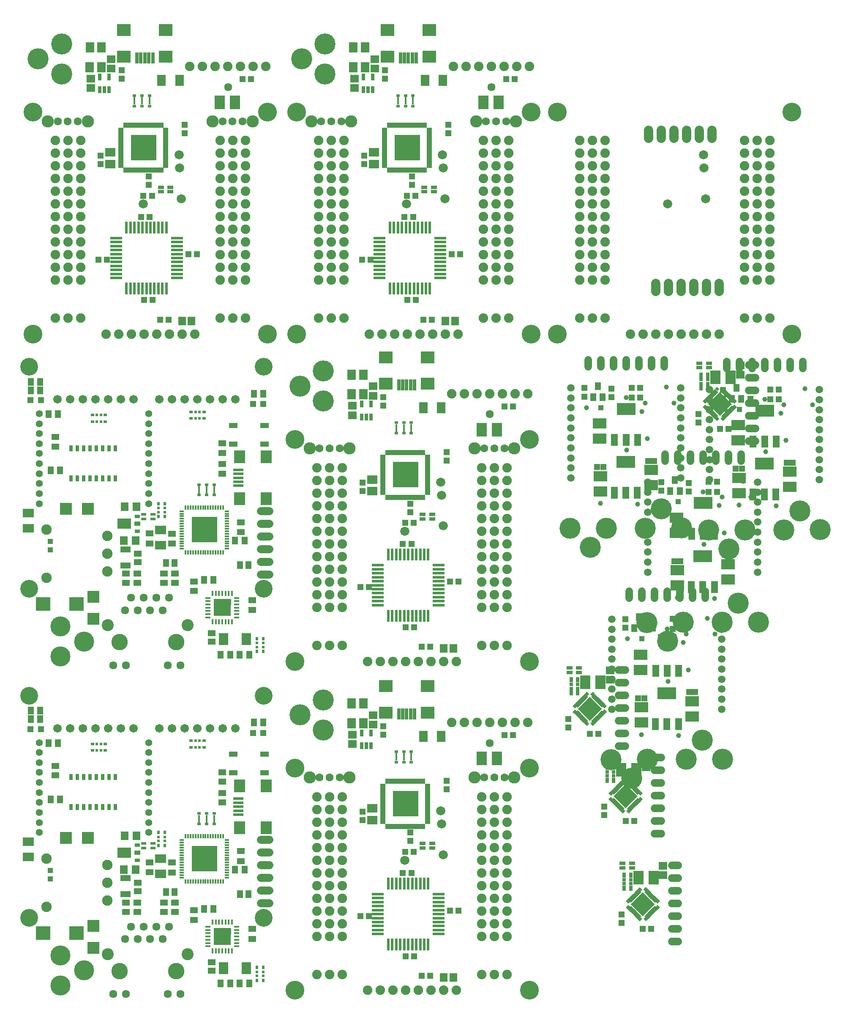
<source format=gts>
G75*
G70*
%OFA0B0*%
%FSLAX24Y24*%
%IPPOS*%
%LPD*%
G04 *
G04 macro definitions for tiled file 'solderStiched.GTS':*
G04 *
%AMOC8*
5,1,8,0,0,1.08239X$1,22.5*
%
G04 *
G04 aperture list for tiled file 'solderStiched.GTS':*
G04 *
%ADD75R,0.0315X0.0236*%
%ADD13R,0.0592X0.0710*%
%ADD84R,0.1102X0.0787*%
%ADD71R,0.0433X0.0394*%
%ADD70C,0.0825*%
%ADD48R,0.0476X0.0476*%
%ADD57R,0.0787X0.0472*%
%ADD36R,0.0198X0.0375*%
%ADD78R,0.1161X0.1063*%
%ADD24R,0.0297X0.0552*%
%ADD87R,0.0315X0.0472*%
%ADD18C,0.0630*%
%ADD21R,0.0198X0.0415*%
%ADD47C,0.0390*%
%ADD74R,0.0236X0.0236*%
%ADD83R,0.0433X0.0276*%
%ADD52C,0.1299*%
%ADD60R,0.0748X0.0945*%
%ADD43R,0.0560X0.0960*%
%ADD86C,0.0555*%
%ADD69R,0.0335X0.0118*%
%ADD68R,0.0118X0.0335*%
%ADD15R,0.0946X0.0218*%
%ADD55R,0.0512X0.0591*%
%ADD26R,0.0671X0.0592*%
%ADD20R,0.0848X0.1064*%
%ADD58R,0.0512X0.0630*%
%ADD14R,0.0218X0.0946*%
%ADD53C,0.0634*%
%ADD81R,0.0787X0.0197*%
%ADD11C,0.1480*%
%ADD82R,0.0610X0.0709*%
%ADD22R,0.0415X0.0198*%
%ADD19C,0.0965*%
%ADD59R,0.0630X0.0512*%
%ADD32R,0.0157X0.0630*%
%ADD10C,0.0753*%
%ADD77R,0.0945X0.0945*%
%ADD42C,0.0595*%
%ADD35C,0.0635*%
%ADD63R,0.0260X0.0500*%
%ADD40R,0.0316X0.0316*%
%ADD85R,0.0512X0.0354*%
%ADD54C,0.0945*%
%ADD25R,0.0690X0.0789*%
%ADD28R,0.0474X0.0513*%
%ADD16C,0.1660*%
%ADD46R,0.0474X0.0631*%
%ADD31R,0.0315X0.0197*%
%ADD64C,0.0673*%
%ADD49R,0.0390X0.0390*%
%ADD73R,0.0472X0.0472*%
%ADD41R,0.0316X0.0395*%
%ADD23R,0.2000X0.2000*%
%ADD79R,0.0709X0.0433*%
%ADD67R,0.0900X0.0700*%
%ADD34R,0.0480X0.0280*%
%ADD62R,0.0394X0.0157*%
%ADD33R,0.0671X0.0907*%
%ADD76R,0.0236X0.0315*%
%ADD39C,0.0600*%
%ADD45R,0.1064X0.0848*%
%ADD27R,0.0789X0.0690*%
%ADD66R,0.0400X0.0200*%
%ADD29R,0.1064X0.0946*%
%ADD61R,0.0157X0.0394*%
%ADD80R,0.0866X0.0984*%
%ADD38R,0.1340X0.1340*%
%ADD50R,0.1380X0.1380*%
%ADD30R,0.0277X0.0867*%
%ADD44R,0.1497X0.0946*%
%ADD37R,0.0198X0.0277*%
%ADD51R,0.0591X0.0512*%
%ADD65C,0.0640*%
%ADD12C,0.0720*%
%ADD72C,0.1400*%
%ADD17R,0.0513X0.0474*%
%ADD56C,0.1580*%
G04 *
G04 next data from source file './prgm/top_soldermask.GTS', *
G04 source file key is 'infile_0003'. *
G04 *
D10*
X044900Y056245D03*
X045900Y056245D03*
X046900Y056245D03*
X048900Y054995D03*
X049900Y054995D03*
X050900Y054995D03*
X051900Y054995D03*
X052900Y054995D03*
X053900Y054995D03*
X054900Y054995D03*
X055900Y054995D03*
X057900Y056245D03*
X058900Y056245D03*
X059900Y056245D03*
X059900Y059245D03*
X059900Y060245D03*
X059900Y061245D03*
X059900Y062245D03*
X059900Y063245D03*
X059900Y064245D03*
X059900Y065245D03*
X059900Y066245D03*
X059900Y067245D03*
X059900Y068245D03*
X059900Y069245D03*
X059900Y070245D03*
X058900Y070245D03*
X057900Y070245D03*
X057900Y069245D03*
X057900Y068245D03*
X057900Y067245D03*
X057900Y066245D03*
X057900Y065245D03*
X057900Y064245D03*
X057900Y063245D03*
X057900Y062245D03*
X057900Y061245D03*
X057900Y060245D03*
X057900Y059245D03*
X058900Y059245D03*
X058900Y060245D03*
X058900Y061245D03*
X058900Y062245D03*
X058900Y063245D03*
X058900Y064245D03*
X058900Y065245D03*
X058900Y066245D03*
X058900Y067245D03*
X058900Y068245D03*
X058900Y069245D03*
X046900Y069245D03*
X045900Y069245D03*
X045900Y070245D03*
X046900Y070245D03*
X046900Y068245D03*
X045900Y068245D03*
X045900Y067245D03*
X045900Y066245D03*
X045900Y065245D03*
X045900Y064245D03*
X045900Y063245D03*
X045900Y062245D03*
X045900Y061245D03*
X045900Y060245D03*
X045900Y059245D03*
X046900Y059245D03*
X046900Y060245D03*
X046900Y061245D03*
X046900Y062245D03*
X046900Y063245D03*
X046900Y064245D03*
X046900Y065245D03*
X046900Y066245D03*
X046900Y067245D03*
X044900Y067245D03*
X044900Y068245D03*
X044900Y069245D03*
X044900Y070245D03*
X044900Y066245D03*
X044900Y065245D03*
X044900Y064245D03*
X044900Y063245D03*
X044900Y062245D03*
X044900Y061245D03*
X044900Y060245D03*
X044900Y059245D03*
D11*
X043150Y054995D03*
X043150Y072495D03*
X061650Y072495D03*
X061650Y054995D03*
D12*
X054850Y065665D03*
X054710Y068085D03*
X054670Y069125D03*
X051830Y065245D03*
D12*
X051350Y070425D02*
X051350Y071065D01*
X052350Y071065D02*
X052350Y070425D01*
X053350Y070425D02*
X053350Y071065D01*
X054350Y071065D02*
X054350Y070425D01*
X055350Y070425D02*
X055350Y071065D01*
X050350Y071065D02*
X050350Y070425D01*
X050910Y058985D02*
X050910Y058345D01*
X051910Y058345D02*
X051910Y058985D01*
X052910Y058985D02*
X052910Y058345D01*
X053910Y058345D02*
X053910Y058985D01*
X054910Y058985D02*
X054910Y058345D01*
X055910Y058345D02*
X055910Y058985D01*
G04 *
G04 next data from source file './dyio2/top_soldermask.GTS', *
G04 source file key is 'infile_0010'. *
G04 *
D14*
X009154Y058594D03*
X009469Y058594D03*
X009784Y058594D03*
X010099Y058594D03*
X010414Y058594D03*
X010729Y058594D03*
X011044Y058594D03*
X011359Y058594D03*
X011674Y058594D03*
X011989Y058594D03*
X012304Y058594D03*
X012304Y063397D03*
X011989Y063397D03*
X011674Y063397D03*
X011359Y063397D03*
X011044Y063397D03*
X010729Y063397D03*
X010414Y063397D03*
X010099Y063397D03*
X009784Y063397D03*
X009469Y063397D03*
X009154Y063397D03*
D15*
X008328Y062570D03*
X008328Y062255D03*
X008328Y061940D03*
X008328Y061625D03*
X008328Y061310D03*
X008328Y060996D03*
X008328Y060681D03*
X008328Y060366D03*
X008328Y060051D03*
X008328Y059736D03*
X008328Y059421D03*
X013131Y059421D03*
X013131Y059736D03*
X013131Y060051D03*
X013131Y060366D03*
X013131Y060681D03*
X013131Y060996D03*
X013131Y061310D03*
X013131Y061625D03*
X013131Y061940D03*
X013131Y062255D03*
X013131Y062570D03*
D16*
X004037Y075509D03*
X002187Y076690D03*
X004037Y077871D03*
D13*
X013529Y056012D03*
X014277Y056012D03*
D17*
X011204Y057679D03*
X010535Y057679D03*
X007615Y060848D03*
X006945Y060848D03*
X010303Y064233D03*
X010973Y064233D03*
X014032Y061280D03*
X014701Y061280D03*
X013746Y070826D03*
X013746Y071496D03*
D10*
X016534Y070245D03*
X016534Y069245D03*
X016534Y068245D03*
X016534Y067245D03*
X016534Y066245D03*
X016534Y065245D03*
X016534Y064245D03*
X016534Y063245D03*
X016534Y062245D03*
X016534Y061245D03*
X016534Y060245D03*
X016534Y059245D03*
X017534Y059245D03*
X017534Y060245D03*
X017534Y061245D03*
X017534Y062245D03*
X017534Y063245D03*
X017534Y064245D03*
X017534Y065245D03*
X017534Y066245D03*
X017534Y067245D03*
X017534Y068245D03*
X017534Y069245D03*
X017534Y070245D03*
X018534Y070245D03*
X018534Y069245D03*
X018534Y068245D03*
X018534Y067245D03*
X018534Y066245D03*
X018534Y065245D03*
X018534Y064245D03*
X018534Y063245D03*
X018534Y062245D03*
X018534Y061245D03*
X018534Y060245D03*
X018534Y059245D03*
X018534Y056245D03*
X017534Y056245D03*
X016534Y056245D03*
X014534Y054995D03*
X013534Y054995D03*
X012534Y054995D03*
X011534Y054995D03*
X010534Y054995D03*
X009534Y054995D03*
X008534Y054995D03*
X007534Y054995D03*
X005534Y056245D03*
X004534Y056245D03*
X003534Y056245D03*
X003534Y059245D03*
X003534Y060245D03*
X003534Y061245D03*
X003534Y062245D03*
X003534Y063245D03*
X003534Y064245D03*
X003534Y065245D03*
X003534Y066245D03*
X003534Y067245D03*
X003534Y068245D03*
X003534Y069245D03*
X003534Y070245D03*
X004534Y070245D03*
X004534Y069245D03*
X004534Y068245D03*
X004534Y067245D03*
X004534Y066245D03*
X004534Y065245D03*
X004534Y064245D03*
X004534Y063245D03*
X004534Y062245D03*
X004534Y061245D03*
X004534Y060245D03*
X004534Y059245D03*
X005534Y059245D03*
X005534Y060245D03*
X005534Y061245D03*
X005534Y062245D03*
X005534Y063245D03*
X005534Y064245D03*
X005534Y065245D03*
X005534Y066245D03*
X005534Y067245D03*
X005534Y068245D03*
X005534Y069245D03*
X005534Y070245D03*
X014154Y076095D03*
X015154Y076095D03*
X016154Y076095D03*
X017154Y076095D03*
X018154Y076095D03*
X019154Y076095D03*
X020154Y076095D03*
D11*
X001784Y054995D03*
X001784Y072495D03*
X020284Y072495D03*
X020284Y054995D03*
D18*
X018311Y071764D03*
X017524Y071764D03*
X016737Y071764D03*
X005311Y071764D03*
X004524Y071764D03*
X003737Y071764D03*
D19*
X002949Y071764D03*
X006099Y071764D03*
X015949Y071764D03*
X019099Y071764D03*
D20*
X017719Y073254D03*
X016518Y073254D03*
D21*
X011964Y071459D03*
X011767Y071459D03*
X011570Y071459D03*
X011373Y071459D03*
X011176Y071459D03*
X010979Y071459D03*
X010783Y071459D03*
X010586Y071459D03*
X010389Y071459D03*
X010192Y071459D03*
X009995Y071459D03*
X009798Y071459D03*
X009601Y071459D03*
X009405Y071459D03*
X009208Y071459D03*
X009011Y071459D03*
X009011Y067915D03*
X009208Y067915D03*
X009405Y067915D03*
X009601Y067915D03*
X009798Y067915D03*
X009995Y067915D03*
X010192Y067915D03*
X010389Y067915D03*
X010586Y067915D03*
X010783Y067915D03*
X010979Y067915D03*
X011176Y067915D03*
X011373Y067915D03*
X011570Y067915D03*
X011767Y067915D03*
X011964Y067915D03*
D22*
X012259Y068211D03*
X012259Y068407D03*
X012259Y068604D03*
X012259Y068801D03*
X012259Y068998D03*
X012259Y069195D03*
X012259Y069392D03*
X012259Y069589D03*
X012259Y069785D03*
X012259Y069982D03*
X012259Y070179D03*
X012259Y070376D03*
X012259Y070573D03*
X012259Y070770D03*
X012259Y070966D03*
X012259Y071163D03*
X008716Y071163D03*
X008716Y070966D03*
X008716Y070770D03*
X008716Y070573D03*
X008716Y070376D03*
X008716Y070179D03*
X008716Y069982D03*
X008716Y069785D03*
X008716Y069589D03*
X008716Y069392D03*
X008716Y069195D03*
X008716Y068998D03*
X008716Y068801D03*
X008716Y068604D03*
X008716Y068407D03*
X008716Y068211D03*
D23*
X010509Y069711D03*
D24*
X007791Y074250D03*
X007417Y074250D03*
X007043Y074250D03*
X007043Y075273D03*
X007791Y075273D03*
D25*
X007184Y076035D03*
X006259Y076035D03*
X006263Y077592D03*
X007188Y077592D03*
D26*
X007942Y076672D03*
X007942Y075924D03*
X006338Y075138D03*
X006338Y074390D03*
D27*
X007883Y069327D03*
X007883Y068402D03*
D28*
X007124Y068400D03*
X007124Y069069D03*
X010493Y065901D03*
X011163Y065901D03*
X010904Y066750D03*
X010904Y067420D03*
X008764Y075130D03*
X008764Y075800D03*
X018309Y075085D03*
X018979Y075085D03*
X012469Y056135D03*
X011799Y056135D03*
D29*
X012258Y076868D03*
X012258Y078954D03*
X008951Y078954D03*
X008951Y076868D03*
D30*
X009974Y076769D03*
X010289Y076769D03*
X010604Y076769D03*
X010919Y076769D03*
X011234Y076769D03*
D31*
X010965Y073798D03*
X010374Y073798D03*
X009784Y073798D03*
X009784Y072972D03*
X010374Y072972D03*
X010965Y072972D03*
D32*
X010965Y073385D03*
X010374Y073385D03*
X009784Y073385D03*
D33*
X011915Y074985D03*
X013333Y074985D03*
D34*
X012613Y066567D03*
X012613Y066212D03*
X011865Y066212D03*
X011865Y066567D03*
D12*
X013344Y068085D03*
X013304Y069125D03*
X013484Y065665D03*
X010464Y065245D03*
D35*
X017164Y074465D03*
G04 *
G04 next data from source file './usb/top_soldermask.GTS', *
G04 source file key is 'infile_0008'. *
G04 *
D36*
G36*
X049514Y008864D02*
X049374Y009004D01*
X049638Y009268D01*
X049778Y009128D01*
X049514Y008864D01*
G37*
G36*
X049375Y009004D02*
X049235Y009144D01*
X049499Y009408D01*
X049639Y009268D01*
X049375Y009004D01*
G37*
G36*
X049236Y009143D02*
X049096Y009283D01*
X049360Y009547D01*
X049500Y009407D01*
X049236Y009143D01*
G37*
G36*
X049097Y009282D02*
X048957Y009422D01*
X049221Y009686D01*
X049361Y009546D01*
X049097Y009282D01*
G37*
G36*
X048957Y009421D02*
X048817Y009561D01*
X049081Y009825D01*
X049221Y009685D01*
X048957Y009421D01*
G37*
G36*
X048818Y009560D02*
X048678Y009700D01*
X048942Y009964D01*
X049082Y009824D01*
X048818Y009560D01*
G37*
G36*
X049082Y010327D02*
X048942Y010187D01*
X048678Y010451D01*
X048818Y010591D01*
X049082Y010327D01*
G37*
G36*
X049221Y010466D02*
X049081Y010326D01*
X048817Y010590D01*
X048957Y010730D01*
X049221Y010466D01*
G37*
G36*
X049361Y010605D02*
X049221Y010465D01*
X048957Y010729D01*
X049097Y010869D01*
X049361Y010605D01*
G37*
G36*
X049500Y010744D02*
X049360Y010604D01*
X049096Y010868D01*
X049236Y011008D01*
X049500Y010744D01*
G37*
G36*
X049639Y010884D02*
X049499Y010744D01*
X049235Y011008D01*
X049375Y011148D01*
X049639Y010884D01*
G37*
G36*
X049778Y011023D02*
X049638Y010883D01*
X049374Y011147D01*
X049514Y011287D01*
X049778Y011023D01*
G37*
G36*
X050141Y010883D02*
X050001Y011023D01*
X050265Y011287D01*
X050405Y011147D01*
X050141Y010883D01*
G37*
G36*
X050280Y010744D02*
X050140Y010884D01*
X050404Y011148D01*
X050544Y011008D01*
X050280Y010744D01*
G37*
G36*
X050419Y010604D02*
X050279Y010744D01*
X050543Y011008D01*
X050683Y010868D01*
X050419Y010604D01*
G37*
G36*
X050558Y010465D02*
X050418Y010605D01*
X050682Y010869D01*
X050822Y010729D01*
X050558Y010465D01*
G37*
G36*
X050697Y010326D02*
X050557Y010466D01*
X050821Y010730D01*
X050961Y010590D01*
X050697Y010326D01*
G37*
G36*
X050837Y010187D02*
X050697Y010327D01*
X050961Y010591D01*
X051101Y010451D01*
X050837Y010187D01*
G37*
G36*
X051101Y009700D02*
X050961Y009560D01*
X050697Y009824D01*
X050837Y009964D01*
X051101Y009700D01*
G37*
G36*
X050961Y009561D02*
X050821Y009421D01*
X050557Y009685D01*
X050697Y009825D01*
X050961Y009561D01*
G37*
G36*
X050822Y009422D02*
X050682Y009282D01*
X050418Y009546D01*
X050558Y009686D01*
X050822Y009422D01*
G37*
G36*
X050683Y009283D02*
X050543Y009143D01*
X050279Y009407D01*
X050419Y009547D01*
X050683Y009283D01*
G37*
G36*
X050544Y009144D02*
X050404Y009004D01*
X050140Y009268D01*
X050280Y009408D01*
X050544Y009144D01*
G37*
G36*
X050405Y009004D02*
X050265Y008864D01*
X050001Y009128D01*
X050141Y009268D01*
X050405Y009004D01*
G37*
D37*
G36*
X049931Y008919D02*
X050071Y009059D01*
X050265Y008865D01*
X050125Y008725D01*
X049931Y008919D01*
G37*
G36*
X049654Y008725D02*
X049514Y008865D01*
X049708Y009059D01*
X049848Y008919D01*
X049654Y008725D01*
G37*
G36*
X048679Y009700D02*
X048539Y009840D01*
X048733Y010034D01*
X048873Y009894D01*
X048679Y009700D01*
G37*
G36*
X048539Y010311D02*
X048679Y010451D01*
X048873Y010257D01*
X048733Y010117D01*
X048539Y010311D01*
G37*
G36*
X049514Y011286D02*
X049654Y011426D01*
X049848Y011232D01*
X049708Y011092D01*
X049514Y011286D01*
G37*
G36*
X050071Y011092D02*
X049931Y011232D01*
X050125Y011426D01*
X050265Y011286D01*
X050071Y011092D01*
G37*
G36*
X051046Y010117D02*
X050906Y010257D01*
X051100Y010451D01*
X051240Y010311D01*
X051046Y010117D01*
G37*
G36*
X050906Y009894D02*
X051046Y010034D01*
X051240Y009840D01*
X051100Y009700D01*
X050906Y009894D01*
G37*
D38*
G36*
X048942Y010076D02*
X049889Y011023D01*
X050836Y010076D01*
X049889Y009129D01*
X048942Y010076D01*
G37*
D26*
X051492Y012362D03*
X051492Y013110D03*
D28*
X048202Y008601D03*
X048202Y009270D03*
D17*
X049887Y008116D03*
X050557Y008116D03*
D20*
X050732Y012166D03*
X049532Y012166D03*
D39*
X052172Y012131D02*
X052692Y012131D01*
X052692Y013131D02*
X052172Y013131D01*
X052172Y011131D02*
X052692Y011131D01*
X052692Y010131D02*
X052172Y010131D01*
X052172Y009131D02*
X052692Y009131D01*
X052692Y008131D02*
X052172Y008131D01*
X052172Y007131D02*
X052692Y007131D01*
D34*
X049031Y012934D03*
X049031Y013288D03*
X048283Y013288D03*
X048283Y012934D03*
D40*
X048418Y012000D03*
X048418Y011685D03*
X048930Y011685D03*
X048930Y012000D03*
D41*
X048930Y012355D03*
X048418Y012355D03*
X048418Y011331D03*
X048930Y011331D03*
G04 *
G04 next data from source file './dyio/top_soldermask.GTS', *
G04 source file key is 'infile_0007'. *
G04 *
D14*
X029944Y058594D03*
X030259Y058594D03*
X030574Y058594D03*
X030889Y058594D03*
X031204Y058594D03*
X031519Y058594D03*
X031834Y058594D03*
X032149Y058594D03*
X032464Y058594D03*
X032779Y058594D03*
X033094Y058594D03*
X033094Y063397D03*
X032779Y063397D03*
X032464Y063397D03*
X032149Y063397D03*
X031834Y063397D03*
X031519Y063397D03*
X031204Y063397D03*
X030889Y063397D03*
X030574Y063397D03*
X030259Y063397D03*
X029944Y063397D03*
D15*
X029118Y062570D03*
X029118Y062255D03*
X029118Y061940D03*
X029118Y061625D03*
X029118Y061310D03*
X029118Y060996D03*
X029118Y060681D03*
X029118Y060366D03*
X029118Y060051D03*
X029118Y059736D03*
X029118Y059421D03*
X033921Y059421D03*
X033921Y059736D03*
X033921Y060051D03*
X033921Y060366D03*
X033921Y060681D03*
X033921Y060996D03*
X033921Y061310D03*
X033921Y061625D03*
X033921Y061940D03*
X033921Y062255D03*
X033921Y062570D03*
D16*
X024827Y075509D03*
X022977Y076690D03*
X024827Y077871D03*
D13*
X034319Y056012D03*
X035067Y056012D03*
D17*
X031994Y057679D03*
X031325Y057679D03*
X028405Y060848D03*
X027735Y060848D03*
X031093Y064233D03*
X031763Y064233D03*
X034822Y061280D03*
X035491Y061280D03*
X034536Y070826D03*
X034536Y071496D03*
D10*
X037324Y070245D03*
X037324Y069245D03*
X037324Y068245D03*
X037324Y067245D03*
X037324Y066245D03*
X037324Y065245D03*
X037324Y064245D03*
X037324Y063245D03*
X037324Y062245D03*
X037324Y061245D03*
X037324Y060245D03*
X037324Y059245D03*
X038324Y059245D03*
X038324Y060245D03*
X038324Y061245D03*
X038324Y062245D03*
X038324Y063245D03*
X038324Y064245D03*
X038324Y065245D03*
X038324Y066245D03*
X038324Y067245D03*
X038324Y068245D03*
X038324Y069245D03*
X038324Y070245D03*
X039324Y070245D03*
X039324Y069245D03*
X039324Y068245D03*
X039324Y067245D03*
X039324Y066245D03*
X039324Y065245D03*
X039324Y064245D03*
X039324Y063245D03*
X039324Y062245D03*
X039324Y061245D03*
X039324Y060245D03*
X039324Y059245D03*
X039324Y056245D03*
X038324Y056245D03*
X037324Y056245D03*
X035324Y054995D03*
X034324Y054995D03*
X033324Y054995D03*
X032324Y054995D03*
X031324Y054995D03*
X030324Y054995D03*
X029324Y054995D03*
X028324Y054995D03*
X026324Y056245D03*
X025324Y056245D03*
X024324Y056245D03*
X024324Y059245D03*
X024324Y060245D03*
X024324Y061245D03*
X024324Y062245D03*
X024324Y063245D03*
X024324Y064245D03*
X024324Y065245D03*
X024324Y066245D03*
X024324Y067245D03*
X024324Y068245D03*
X024324Y069245D03*
X024324Y070245D03*
X025324Y070245D03*
X025324Y069245D03*
X025324Y068245D03*
X025324Y067245D03*
X025324Y066245D03*
X025324Y065245D03*
X025324Y064245D03*
X025324Y063245D03*
X025324Y062245D03*
X025324Y061245D03*
X025324Y060245D03*
X025324Y059245D03*
X026324Y059245D03*
X026324Y060245D03*
X026324Y061245D03*
X026324Y062245D03*
X026324Y063245D03*
X026324Y064245D03*
X026324Y065245D03*
X026324Y066245D03*
X026324Y067245D03*
X026324Y068245D03*
X026324Y069245D03*
X026324Y070245D03*
X034944Y076095D03*
X035944Y076095D03*
X036944Y076095D03*
X037944Y076095D03*
X038944Y076095D03*
X039944Y076095D03*
X040944Y076095D03*
D11*
X022574Y054995D03*
X022574Y072495D03*
X041074Y072495D03*
X041074Y054995D03*
D18*
X039101Y071764D03*
X038314Y071764D03*
X037527Y071764D03*
X026101Y071764D03*
X025314Y071764D03*
X024527Y071764D03*
D19*
X023739Y071764D03*
X026889Y071764D03*
X036739Y071764D03*
X039889Y071764D03*
D20*
X038509Y073254D03*
X037308Y073254D03*
D21*
X032754Y071459D03*
X032557Y071459D03*
X032360Y071459D03*
X032163Y071459D03*
X031966Y071459D03*
X031769Y071459D03*
X031573Y071459D03*
X031376Y071459D03*
X031179Y071459D03*
X030982Y071459D03*
X030785Y071459D03*
X030588Y071459D03*
X030391Y071459D03*
X030195Y071459D03*
X029998Y071459D03*
X029801Y071459D03*
X029801Y067915D03*
X029998Y067915D03*
X030195Y067915D03*
X030391Y067915D03*
X030588Y067915D03*
X030785Y067915D03*
X030982Y067915D03*
X031179Y067915D03*
X031376Y067915D03*
X031573Y067915D03*
X031769Y067915D03*
X031966Y067915D03*
X032163Y067915D03*
X032360Y067915D03*
X032557Y067915D03*
X032754Y067915D03*
D22*
X033049Y068211D03*
X033049Y068407D03*
X033049Y068604D03*
X033049Y068801D03*
X033049Y068998D03*
X033049Y069195D03*
X033049Y069392D03*
X033049Y069589D03*
X033049Y069785D03*
X033049Y069982D03*
X033049Y070179D03*
X033049Y070376D03*
X033049Y070573D03*
X033049Y070770D03*
X033049Y070966D03*
X033049Y071163D03*
X029506Y071163D03*
X029506Y070966D03*
X029506Y070770D03*
X029506Y070573D03*
X029506Y070376D03*
X029506Y070179D03*
X029506Y069982D03*
X029506Y069785D03*
X029506Y069589D03*
X029506Y069392D03*
X029506Y069195D03*
X029506Y068998D03*
X029506Y068801D03*
X029506Y068604D03*
X029506Y068407D03*
X029506Y068211D03*
D23*
X031299Y069711D03*
D24*
X028581Y074250D03*
X028207Y074250D03*
X027833Y074250D03*
X027833Y075273D03*
X028581Y075273D03*
D25*
X027974Y076035D03*
X027049Y076035D03*
X027053Y077592D03*
X027978Y077592D03*
D26*
X028732Y076672D03*
X028732Y075924D03*
X027128Y075138D03*
X027128Y074390D03*
D27*
X028673Y069327D03*
X028673Y068402D03*
D28*
X027914Y068400D03*
X027914Y069069D03*
X031283Y065901D03*
X031953Y065901D03*
X031694Y066750D03*
X031694Y067420D03*
X029554Y075130D03*
X029554Y075800D03*
X039099Y075085D03*
X039769Y075085D03*
X033259Y056135D03*
X032589Y056135D03*
D29*
X033048Y076868D03*
X033048Y078954D03*
X029741Y078954D03*
X029741Y076868D03*
D30*
X030764Y076769D03*
X031079Y076769D03*
X031394Y076769D03*
X031709Y076769D03*
X032024Y076769D03*
D31*
X031755Y073798D03*
X031164Y073798D03*
X030574Y073798D03*
X030574Y072972D03*
X031164Y072972D03*
X031755Y072972D03*
D32*
X031755Y073385D03*
X031164Y073385D03*
X030574Y073385D03*
D33*
X032705Y074985D03*
X034123Y074985D03*
D34*
X033403Y066567D03*
X033403Y066212D03*
X032655Y066212D03*
X032655Y066567D03*
D12*
X034134Y068085D03*
X034094Y069125D03*
X034274Y065665D03*
X031254Y065245D03*
D35*
X037954Y074465D03*
G04 *
G04 next data from source file './adapt/top_soldermask.GTS', *
G04 source file key is 'infile_0004'. *
G04 *
D42*
X047455Y025442D03*
X047455Y026230D03*
X047455Y027017D03*
X047455Y027805D03*
X047455Y028592D03*
X047455Y029379D03*
X047455Y030167D03*
X047455Y030954D03*
X047455Y031742D03*
X047455Y032529D03*
X056116Y032529D03*
X056116Y031742D03*
X056116Y030954D03*
X056116Y030167D03*
X056116Y029379D03*
X056116Y028592D03*
X056116Y027805D03*
X056116Y027017D03*
X056116Y026230D03*
X056116Y025442D03*
D43*
X052696Y024266D03*
X051786Y024266D03*
X050876Y024266D03*
X050896Y028446D03*
X051806Y028446D03*
X052716Y028446D03*
D44*
X051786Y026706D03*
X051806Y030886D03*
D45*
X049706Y029726D03*
X049706Y028525D03*
X049786Y025586D03*
X049786Y024385D03*
X053786Y024865D03*
X053786Y026066D03*
D16*
X047387Y021476D03*
X048998Y019985D03*
X050249Y021486D03*
X053322Y021486D03*
X054573Y022987D03*
X056184Y021496D03*
D39*
X054806Y034206D02*
X054806Y034726D01*
X053806Y034726D02*
X053806Y034206D01*
X052806Y034206D02*
X052806Y034726D01*
X051806Y034726D02*
X051806Y034206D01*
X050806Y034206D02*
X050806Y034726D01*
X049806Y034726D02*
X049806Y034206D01*
X048806Y034206D02*
X048806Y034726D01*
D46*
X049586Y032679D03*
X049960Y031813D03*
X049212Y031813D03*
D17*
X048506Y031851D03*
X048506Y032520D03*
X050666Y032460D03*
X050666Y031791D03*
D28*
X052251Y031766D03*
X052920Y031766D03*
X052920Y032546D03*
X052251Y032546D03*
D47*
X051806Y031766D03*
X053066Y030686D03*
X053306Y031346D03*
X054986Y032606D03*
X055586Y031346D03*
X053486Y028526D03*
X051866Y027626D03*
X048686Y030986D03*
X049786Y023426D03*
X052706Y023366D03*
D48*
X053546Y026786D03*
X054026Y026786D03*
X050006Y026306D03*
X049526Y026306D03*
D49*
X049826Y030986D03*
G04 *
G04 next data from source file './dycom1/top_soldermask.GTS', *
G04 source file key is 'infile_0012'. *
G04 *
D50*
X016706Y033447D03*
D51*
X015886Y031421D03*
X015886Y030752D03*
X014466Y034753D03*
X014466Y035501D03*
X012986Y035383D03*
X012986Y036131D03*
X012116Y036131D03*
X012116Y035383D03*
X010016Y035383D03*
X010016Y036131D03*
X010036Y037022D03*
X010036Y037691D03*
X009116Y036131D03*
X009116Y035383D03*
X016716Y044003D03*
X016716Y044751D03*
X016696Y045633D03*
X016696Y046381D03*
X003556Y046133D03*
X003556Y046881D03*
D52*
X008604Y030724D03*
X013078Y030724D03*
D53*
X013408Y028904D03*
X012408Y028904D03*
X009125Y028904D03*
X008125Y028904D03*
X009047Y033240D03*
X010035Y033240D03*
X010519Y034224D03*
X011519Y034224D03*
X012003Y033240D03*
X012519Y034224D03*
X011015Y033240D03*
X009519Y034224D03*
D54*
X007686Y032055D03*
X013986Y032055D03*
D55*
X015272Y035627D03*
X016020Y035627D03*
X018102Y036797D03*
X018771Y036797D03*
X012931Y036957D03*
X012262Y036957D03*
X003920Y044257D03*
X003172Y044257D03*
X003002Y048697D03*
X003750Y048697D03*
X002350Y050577D03*
X002350Y051237D03*
X001602Y051237D03*
X001602Y050577D03*
X019212Y050307D03*
X019960Y050307D03*
D56*
X003950Y029588D03*
X003950Y031950D03*
X005801Y030769D03*
D57*
X009066Y036777D03*
X009066Y038036D03*
D58*
X016573Y029737D03*
X017360Y029737D03*
X018063Y029737D03*
X018850Y029737D03*
X018490Y038727D03*
X017703Y038727D03*
D59*
X018178Y039384D03*
X018178Y040171D03*
X019066Y034040D03*
X019066Y033253D03*
X012746Y038483D03*
X012746Y039270D03*
X010976Y039290D03*
X010976Y038503D03*
D60*
X016808Y030958D03*
X018619Y030958D03*
D61*
X017478Y032321D03*
X017222Y032321D03*
X016966Y032321D03*
X016711Y032321D03*
X016455Y032321D03*
X016199Y032321D03*
X015943Y032321D03*
X015943Y034565D03*
X016199Y034565D03*
X016455Y034565D03*
X016711Y034565D03*
X016966Y034565D03*
X017222Y034565D03*
X017478Y034565D03*
D62*
X017833Y034211D03*
X017833Y033955D03*
X017833Y033699D03*
X017833Y033443D03*
X017833Y033187D03*
X017833Y032931D03*
X017833Y032675D03*
X015588Y032675D03*
X015588Y032931D03*
X015588Y033187D03*
X015588Y033443D03*
X015588Y033699D03*
X015588Y033955D03*
X015588Y034211D03*
D63*
X017261Y033863D03*
D64*
X017756Y049847D03*
X016756Y049847D03*
X015756Y049847D03*
X014756Y049847D03*
X013756Y049847D03*
X012756Y049847D03*
X011756Y049847D03*
X009696Y049847D03*
X008696Y049847D03*
X007696Y049847D03*
X006696Y049847D03*
X005696Y049847D03*
X004696Y049847D03*
X003696Y049847D03*
D65*
X019756Y041077D02*
X020396Y041077D01*
X020396Y040077D02*
X019756Y040077D01*
X019756Y039077D02*
X020396Y039077D01*
X020396Y038077D02*
X019756Y038077D01*
X019756Y037077D02*
X020396Y037077D01*
X020396Y036077D02*
X019756Y036077D01*
D66*
X011256Y040424D03*
X011256Y040778D03*
X010508Y040778D03*
X010508Y040424D03*
D67*
X011836Y039577D03*
X011836Y038376D03*
X001396Y039706D03*
X001396Y040907D03*
D31*
X014886Y042313D03*
X015476Y042313D03*
X016067Y042313D03*
X016067Y043140D03*
X015476Y043140D03*
X014886Y043140D03*
D32*
X014886Y042727D03*
X015476Y042727D03*
X016067Y042727D03*
D68*
X015984Y041335D03*
X016180Y041335D03*
X016377Y041335D03*
X016574Y041335D03*
X016771Y041335D03*
X015787Y041335D03*
X015590Y041335D03*
X015393Y041335D03*
X015196Y041335D03*
X014999Y041335D03*
X014802Y041335D03*
X014606Y041335D03*
X014409Y041335D03*
X014212Y041335D03*
X014015Y041335D03*
X013818Y041335D03*
X013818Y037791D03*
X014015Y037791D03*
X014212Y037791D03*
X014409Y037791D03*
X014606Y037791D03*
X014802Y037791D03*
X014999Y037791D03*
X015196Y037791D03*
X015393Y037791D03*
X015590Y037791D03*
X015787Y037791D03*
X015984Y037791D03*
X016180Y037791D03*
X016377Y037791D03*
X016574Y037791D03*
X016771Y037791D03*
D69*
X017066Y038087D03*
X017066Y038283D03*
X017066Y038480D03*
X017066Y038677D03*
X017066Y038874D03*
X017066Y039071D03*
X017066Y039268D03*
X017066Y039465D03*
X017066Y039661D03*
X017066Y039858D03*
X017066Y040055D03*
X017066Y040252D03*
X017066Y040449D03*
X017066Y040646D03*
X017066Y040842D03*
X017066Y041039D03*
X013523Y041039D03*
X013523Y040842D03*
X013523Y040646D03*
X013523Y040449D03*
X013523Y040252D03*
X013523Y040055D03*
X013523Y039858D03*
X013523Y039661D03*
X013523Y039465D03*
X013523Y039268D03*
X013523Y039071D03*
X013523Y038874D03*
X013523Y038677D03*
X013523Y038480D03*
X013523Y038283D03*
X013523Y038087D03*
D23*
X015316Y039587D03*
D70*
X007656Y039097D03*
X007656Y037697D03*
X007656Y036297D03*
X002856Y035797D03*
X002856Y039597D03*
D71*
X003146Y038651D03*
X003146Y037982D03*
D72*
X001476Y034927D03*
X001476Y052427D03*
X019976Y052427D03*
X019976Y034927D03*
D73*
X019960Y049487D03*
X019133Y049487D03*
X002410Y049797D03*
X001583Y049797D03*
D74*
X006816Y048620D03*
X007131Y048620D03*
X007131Y048109D03*
X006816Y048109D03*
X011662Y041281D03*
X011662Y040966D03*
X012174Y040966D03*
X012174Y041281D03*
X014606Y048359D03*
X014921Y048359D03*
X014921Y048870D03*
X014606Y048870D03*
X019432Y030651D03*
X019432Y030336D03*
X019944Y030336D03*
X019944Y030651D03*
D75*
X007485Y048109D03*
X007485Y048620D03*
X006462Y048620D03*
X006462Y048109D03*
X014252Y048359D03*
X014252Y048870D03*
X015275Y048870D03*
X015275Y048359D03*
D76*
X012174Y041636D03*
X011662Y041636D03*
X011662Y040612D03*
X012174Y040612D03*
X019432Y031006D03*
X019944Y031006D03*
X019944Y029982D03*
X019432Y029982D03*
D77*
X006536Y032550D03*
X006536Y034283D03*
X006122Y041227D03*
X004390Y041227D03*
D78*
X005225Y033717D03*
X002568Y033717D03*
D79*
X017594Y046341D03*
X017594Y047798D03*
X020035Y047798D03*
X020035Y046341D03*
D80*
X020165Y045330D03*
X018079Y045330D03*
X018079Y042023D03*
X020165Y042023D03*
D81*
X017980Y043047D03*
X017980Y043362D03*
X017980Y043677D03*
X017980Y043992D03*
X017980Y044306D03*
D82*
X009939Y041397D03*
X009014Y041397D03*
X008954Y038727D03*
X009879Y038727D03*
D83*
X010015Y039456D03*
X010015Y040637D03*
D84*
X008972Y040047D03*
D85*
X010015Y040047D03*
D86*
X010927Y041643D03*
X010927Y042431D03*
X010927Y043218D03*
X010927Y044005D03*
X010927Y044793D03*
X010927Y045580D03*
X010927Y046368D03*
X010927Y047155D03*
X010927Y047942D03*
X010927Y048730D03*
X002266Y048730D03*
X002266Y047942D03*
X002266Y047155D03*
X002266Y046368D03*
X002266Y045580D03*
X002266Y044793D03*
X002266Y044005D03*
X002266Y043218D03*
X002266Y042431D03*
X002266Y041643D03*
D87*
X004786Y043635D03*
X005286Y043635D03*
X005786Y043635D03*
X006286Y043635D03*
X006786Y043635D03*
X007286Y043635D03*
X007786Y043635D03*
X008286Y043635D03*
X008286Y045998D03*
X007786Y045998D03*
X007286Y045998D03*
X006786Y045998D03*
X006286Y045998D03*
X005786Y045998D03*
X005286Y045998D03*
X004786Y045998D03*
G04 *
G04 next data from source file './adapt1/top_soldermask.GTS', *
G04 source file key is 'infile_0002'. *
G04 *
D42*
X050290Y036242D03*
X050290Y037030D03*
X050290Y037817D03*
X050290Y038605D03*
X050290Y039392D03*
X050290Y040179D03*
X050290Y040967D03*
X050290Y041754D03*
X050290Y042542D03*
X050290Y043329D03*
X058951Y043329D03*
X058951Y042542D03*
X058951Y041754D03*
X058951Y040967D03*
X058951Y040179D03*
X058951Y039392D03*
X058951Y038605D03*
X058951Y037817D03*
X058951Y037030D03*
X058951Y036242D03*
D43*
X055531Y035066D03*
X054621Y035066D03*
X053711Y035066D03*
X053731Y039246D03*
X054641Y039246D03*
X055551Y039246D03*
D44*
X054621Y037506D03*
X054641Y041686D03*
D45*
X052541Y040526D03*
X052541Y039325D03*
X052621Y036386D03*
X052621Y035185D03*
X056621Y035665D03*
X056621Y036866D03*
D16*
X050222Y032276D03*
X051833Y030785D03*
X053084Y032286D03*
X056157Y032286D03*
X057408Y033787D03*
X059019Y032296D03*
D39*
X057641Y045006D02*
X057641Y045526D01*
X056641Y045526D02*
X056641Y045006D01*
X055641Y045006D02*
X055641Y045526D01*
X054641Y045526D02*
X054641Y045006D01*
X053641Y045006D02*
X053641Y045526D01*
X052641Y045526D02*
X052641Y045006D01*
X051641Y045006D02*
X051641Y045526D01*
D46*
X052421Y043479D03*
X052795Y042613D03*
X052047Y042613D03*
D17*
X051341Y042651D03*
X051341Y043320D03*
X053501Y043260D03*
X053501Y042591D03*
D28*
X055086Y042566D03*
X055755Y042566D03*
X055755Y043346D03*
X055086Y043346D03*
D47*
X054641Y042566D03*
X055901Y041486D03*
X056141Y042146D03*
X057821Y043406D03*
X058421Y042146D03*
X056321Y039326D03*
X054701Y038426D03*
X051521Y041786D03*
X052621Y034226D03*
X055541Y034166D03*
D48*
X056381Y037586D03*
X056861Y037586D03*
X052841Y037106D03*
X052361Y037106D03*
D49*
X052661Y041786D03*
G04 *
G04 next data from source file './adapt2/top_soldermask.GTS', *
G04 source file key is 'infile_0013'. *
G04 *
D42*
X055150Y043532D03*
X055150Y044320D03*
X055150Y045107D03*
X055150Y045895D03*
X055150Y046682D03*
X055150Y047469D03*
X055150Y048257D03*
X055150Y049044D03*
X055150Y049832D03*
X055150Y050619D03*
X063811Y050619D03*
X063811Y049832D03*
X063811Y049044D03*
X063811Y048257D03*
X063811Y047469D03*
X063811Y046682D03*
X063811Y045895D03*
X063811Y045107D03*
X063811Y044320D03*
X063811Y043532D03*
D43*
X060391Y042356D03*
X059481Y042356D03*
X058571Y042356D03*
X058591Y046536D03*
X059501Y046536D03*
X060411Y046536D03*
D44*
X059481Y044796D03*
X059501Y048976D03*
D45*
X057401Y047816D03*
X057401Y046615D03*
X057481Y043676D03*
X057481Y042475D03*
X061481Y042955D03*
X061481Y044156D03*
D16*
X055082Y039566D03*
X056693Y038075D03*
X057944Y039576D03*
X061017Y039576D03*
X062268Y041077D03*
X063879Y039586D03*
D39*
X062501Y052296D02*
X062501Y052816D01*
X061501Y052816D02*
X061501Y052296D01*
X060501Y052296D02*
X060501Y052816D01*
X059501Y052816D02*
X059501Y052296D01*
X058501Y052296D02*
X058501Y052816D01*
X057501Y052816D02*
X057501Y052296D01*
X056501Y052296D02*
X056501Y052816D01*
D46*
X057281Y050769D03*
X057655Y049903D03*
X056907Y049903D03*
D17*
X056201Y049941D03*
X056201Y050610D03*
X058361Y050550D03*
X058361Y049881D03*
D28*
X059946Y049856D03*
X060615Y049856D03*
X060615Y050636D03*
X059946Y050636D03*
D47*
X059501Y049856D03*
X060761Y048776D03*
X061001Y049436D03*
X062681Y050696D03*
X063281Y049436D03*
X061181Y046616D03*
X059561Y045716D03*
X056381Y049076D03*
X057481Y041516D03*
X060401Y041456D03*
D48*
X061241Y044876D03*
X061721Y044876D03*
X057701Y044396D03*
X057221Y044396D03*
D49*
X057521Y049076D03*
G04 *
G04 next data from source file './usb2/top_soldermask.GTS', *
G04 source file key is 'infile_0005'. *
G04 *
D36*
G36*
X045329Y024254D02*
X045189Y024394D01*
X045453Y024658D01*
X045593Y024518D01*
X045329Y024254D01*
G37*
G36*
X045190Y024394D02*
X045050Y024534D01*
X045314Y024798D01*
X045454Y024658D01*
X045190Y024394D01*
G37*
G36*
X045051Y024533D02*
X044911Y024673D01*
X045175Y024937D01*
X045315Y024797D01*
X045051Y024533D01*
G37*
G36*
X044912Y024672D02*
X044772Y024812D01*
X045036Y025076D01*
X045176Y024936D01*
X044912Y024672D01*
G37*
G36*
X044772Y024811D02*
X044632Y024951D01*
X044896Y025215D01*
X045036Y025075D01*
X044772Y024811D01*
G37*
G36*
X044633Y024950D02*
X044493Y025090D01*
X044757Y025354D01*
X044897Y025214D01*
X044633Y024950D01*
G37*
G36*
X044897Y025717D02*
X044757Y025577D01*
X044493Y025841D01*
X044633Y025981D01*
X044897Y025717D01*
G37*
G36*
X045036Y025856D02*
X044896Y025716D01*
X044632Y025980D01*
X044772Y026120D01*
X045036Y025856D01*
G37*
G36*
X045176Y025995D02*
X045036Y025855D01*
X044772Y026119D01*
X044912Y026259D01*
X045176Y025995D01*
G37*
G36*
X045315Y026134D02*
X045175Y025994D01*
X044911Y026258D01*
X045051Y026398D01*
X045315Y026134D01*
G37*
G36*
X045454Y026274D02*
X045314Y026134D01*
X045050Y026398D01*
X045190Y026538D01*
X045454Y026274D01*
G37*
G36*
X045593Y026413D02*
X045453Y026273D01*
X045189Y026537D01*
X045329Y026677D01*
X045593Y026413D01*
G37*
G36*
X045956Y026273D02*
X045816Y026413D01*
X046080Y026677D01*
X046220Y026537D01*
X045956Y026273D01*
G37*
G36*
X046095Y026134D02*
X045955Y026274D01*
X046219Y026538D01*
X046359Y026398D01*
X046095Y026134D01*
G37*
G36*
X046234Y025994D02*
X046094Y026134D01*
X046358Y026398D01*
X046498Y026258D01*
X046234Y025994D01*
G37*
G36*
X046373Y025855D02*
X046233Y025995D01*
X046497Y026259D01*
X046637Y026119D01*
X046373Y025855D01*
G37*
G36*
X046512Y025716D02*
X046372Y025856D01*
X046636Y026120D01*
X046776Y025980D01*
X046512Y025716D01*
G37*
G36*
X046652Y025577D02*
X046512Y025717D01*
X046776Y025981D01*
X046916Y025841D01*
X046652Y025577D01*
G37*
G36*
X046916Y025090D02*
X046776Y024950D01*
X046512Y025214D01*
X046652Y025354D01*
X046916Y025090D01*
G37*
G36*
X046776Y024951D02*
X046636Y024811D01*
X046372Y025075D01*
X046512Y025215D01*
X046776Y024951D01*
G37*
G36*
X046637Y024812D02*
X046497Y024672D01*
X046233Y024936D01*
X046373Y025076D01*
X046637Y024812D01*
G37*
G36*
X046498Y024673D02*
X046358Y024533D01*
X046094Y024797D01*
X046234Y024937D01*
X046498Y024673D01*
G37*
G36*
X046359Y024534D02*
X046219Y024394D01*
X045955Y024658D01*
X046095Y024798D01*
X046359Y024534D01*
G37*
G36*
X046220Y024394D02*
X046080Y024254D01*
X045816Y024518D01*
X045956Y024658D01*
X046220Y024394D01*
G37*
D37*
G36*
X045746Y024309D02*
X045886Y024449D01*
X046080Y024255D01*
X045940Y024115D01*
X045746Y024309D01*
G37*
G36*
X045469Y024115D02*
X045329Y024255D01*
X045523Y024449D01*
X045663Y024309D01*
X045469Y024115D01*
G37*
G36*
X044494Y025090D02*
X044354Y025230D01*
X044548Y025424D01*
X044688Y025284D01*
X044494Y025090D01*
G37*
G36*
X044354Y025701D02*
X044494Y025841D01*
X044688Y025647D01*
X044548Y025507D01*
X044354Y025701D01*
G37*
G36*
X045329Y026676D02*
X045469Y026816D01*
X045663Y026622D01*
X045523Y026482D01*
X045329Y026676D01*
G37*
G36*
X045886Y026482D02*
X045746Y026622D01*
X045940Y026816D01*
X046080Y026676D01*
X045886Y026482D01*
G37*
G36*
X046861Y025507D02*
X046721Y025647D01*
X046915Y025841D01*
X047055Y025701D01*
X046861Y025507D01*
G37*
G36*
X046721Y025284D02*
X046861Y025424D01*
X047055Y025230D01*
X046915Y025090D01*
X046721Y025284D01*
G37*
D38*
G36*
X044757Y025466D02*
X045704Y026413D01*
X046651Y025466D01*
X045704Y024519D01*
X044757Y025466D01*
G37*
D26*
X047307Y027752D03*
X047307Y028500D03*
D28*
X044017Y023991D03*
X044017Y024660D03*
D17*
X045702Y023506D03*
X046372Y023506D03*
D20*
X046547Y027556D03*
X045347Y027556D03*
D39*
X047987Y027521D02*
X048507Y027521D01*
X048507Y028521D02*
X047987Y028521D01*
X047987Y026521D02*
X048507Y026521D01*
X048507Y025521D02*
X047987Y025521D01*
X047987Y024521D02*
X048507Y024521D01*
X048507Y023521D02*
X047987Y023521D01*
X047987Y022521D02*
X048507Y022521D01*
D34*
X044846Y028324D03*
X044846Y028678D03*
X044098Y028678D03*
X044098Y028324D03*
D40*
X044233Y027390D03*
X044233Y027075D03*
X044745Y027075D03*
X044745Y027390D03*
D41*
X044745Y027745D03*
X044233Y027745D03*
X044233Y026721D03*
X044745Y026721D03*
G04 *
G04 next data from source file './dyio3/top_soldermask.GTS', *
G04 source file key is 'infile_0011'. *
G04 *
D14*
X029809Y032809D03*
X030124Y032809D03*
X030439Y032809D03*
X030754Y032809D03*
X031069Y032809D03*
X031384Y032809D03*
X031699Y032809D03*
X032014Y032809D03*
X032329Y032809D03*
X032644Y032809D03*
X032959Y032809D03*
X032959Y037612D03*
X032644Y037612D03*
X032329Y037612D03*
X032014Y037612D03*
X031699Y037612D03*
X031384Y037612D03*
X031069Y037612D03*
X030754Y037612D03*
X030439Y037612D03*
X030124Y037612D03*
X029809Y037612D03*
D15*
X028983Y036785D03*
X028983Y036470D03*
X028983Y036155D03*
X028983Y035840D03*
X028983Y035525D03*
X028983Y035211D03*
X028983Y034896D03*
X028983Y034581D03*
X028983Y034266D03*
X028983Y033951D03*
X028983Y033636D03*
X033786Y033636D03*
X033786Y033951D03*
X033786Y034266D03*
X033786Y034581D03*
X033786Y034896D03*
X033786Y035211D03*
X033786Y035525D03*
X033786Y035840D03*
X033786Y036155D03*
X033786Y036470D03*
X033786Y036785D03*
D16*
X024692Y049724D03*
X022842Y050905D03*
X024692Y052086D03*
D13*
X034184Y030227D03*
X034932Y030227D03*
D17*
X031859Y031894D03*
X031190Y031894D03*
X028270Y035063D03*
X027600Y035063D03*
X030958Y038448D03*
X031628Y038448D03*
X034687Y035495D03*
X035356Y035495D03*
X034401Y045041D03*
X034401Y045711D03*
D10*
X037189Y044460D03*
X037189Y043460D03*
X037189Y042460D03*
X037189Y041460D03*
X037189Y040460D03*
X037189Y039460D03*
X037189Y038460D03*
X037189Y037460D03*
X037189Y036460D03*
X037189Y035460D03*
X037189Y034460D03*
X037189Y033460D03*
X038189Y033460D03*
X038189Y034460D03*
X038189Y035460D03*
X038189Y036460D03*
X038189Y037460D03*
X038189Y038460D03*
X038189Y039460D03*
X038189Y040460D03*
X038189Y041460D03*
X038189Y042460D03*
X038189Y043460D03*
X038189Y044460D03*
X039189Y044460D03*
X039189Y043460D03*
X039189Y042460D03*
X039189Y041460D03*
X039189Y040460D03*
X039189Y039460D03*
X039189Y038460D03*
X039189Y037460D03*
X039189Y036460D03*
X039189Y035460D03*
X039189Y034460D03*
X039189Y033460D03*
X039189Y030460D03*
X038189Y030460D03*
X037189Y030460D03*
X035189Y029210D03*
X034189Y029210D03*
X033189Y029210D03*
X032189Y029210D03*
X031189Y029210D03*
X030189Y029210D03*
X029189Y029210D03*
X028189Y029210D03*
X026189Y030460D03*
X025189Y030460D03*
X024189Y030460D03*
X024189Y033460D03*
X024189Y034460D03*
X024189Y035460D03*
X024189Y036460D03*
X024189Y037460D03*
X024189Y038460D03*
X024189Y039460D03*
X024189Y040460D03*
X024189Y041460D03*
X024189Y042460D03*
X024189Y043460D03*
X024189Y044460D03*
X025189Y044460D03*
X025189Y043460D03*
X025189Y042460D03*
X025189Y041460D03*
X025189Y040460D03*
X025189Y039460D03*
X025189Y038460D03*
X025189Y037460D03*
X025189Y036460D03*
X025189Y035460D03*
X025189Y034460D03*
X025189Y033460D03*
X026189Y033460D03*
X026189Y034460D03*
X026189Y035460D03*
X026189Y036460D03*
X026189Y037460D03*
X026189Y038460D03*
X026189Y039460D03*
X026189Y040460D03*
X026189Y041460D03*
X026189Y042460D03*
X026189Y043460D03*
X026189Y044460D03*
X034809Y050310D03*
X035809Y050310D03*
X036809Y050310D03*
X037809Y050310D03*
X038809Y050310D03*
X039809Y050310D03*
X040809Y050310D03*
D11*
X022439Y029210D03*
X022439Y046710D03*
X040939Y046710D03*
X040939Y029210D03*
D18*
X038966Y045979D03*
X038179Y045979D03*
X037392Y045979D03*
X025966Y045979D03*
X025179Y045979D03*
X024392Y045979D03*
D19*
X023604Y045979D03*
X026754Y045979D03*
X036604Y045979D03*
X039754Y045979D03*
D20*
X038374Y047469D03*
X037173Y047469D03*
D21*
X032619Y045674D03*
X032422Y045674D03*
X032225Y045674D03*
X032028Y045674D03*
X031831Y045674D03*
X031634Y045674D03*
X031438Y045674D03*
X031241Y045674D03*
X031044Y045674D03*
X030847Y045674D03*
X030650Y045674D03*
X030453Y045674D03*
X030256Y045674D03*
X030060Y045674D03*
X029863Y045674D03*
X029666Y045674D03*
X029666Y042130D03*
X029863Y042130D03*
X030060Y042130D03*
X030256Y042130D03*
X030453Y042130D03*
X030650Y042130D03*
X030847Y042130D03*
X031044Y042130D03*
X031241Y042130D03*
X031438Y042130D03*
X031634Y042130D03*
X031831Y042130D03*
X032028Y042130D03*
X032225Y042130D03*
X032422Y042130D03*
X032619Y042130D03*
D22*
X032914Y042426D03*
X032914Y042622D03*
X032914Y042819D03*
X032914Y043016D03*
X032914Y043213D03*
X032914Y043410D03*
X032914Y043607D03*
X032914Y043804D03*
X032914Y044000D03*
X032914Y044197D03*
X032914Y044394D03*
X032914Y044591D03*
X032914Y044788D03*
X032914Y044985D03*
X032914Y045181D03*
X032914Y045378D03*
X029371Y045378D03*
X029371Y045181D03*
X029371Y044985D03*
X029371Y044788D03*
X029371Y044591D03*
X029371Y044394D03*
X029371Y044197D03*
X029371Y044000D03*
X029371Y043804D03*
X029371Y043607D03*
X029371Y043410D03*
X029371Y043213D03*
X029371Y043016D03*
X029371Y042819D03*
X029371Y042622D03*
X029371Y042426D03*
D23*
X031164Y043926D03*
D24*
X028446Y048465D03*
X028072Y048465D03*
X027698Y048465D03*
X027698Y049488D03*
X028446Y049488D03*
D25*
X027839Y050250D03*
X026914Y050250D03*
X026918Y051807D03*
X027843Y051807D03*
D26*
X028597Y050887D03*
X028597Y050139D03*
X026993Y049353D03*
X026993Y048605D03*
D27*
X028538Y043542D03*
X028538Y042617D03*
D28*
X027779Y042615D03*
X027779Y043284D03*
X031148Y040116D03*
X031818Y040116D03*
X031559Y040965D03*
X031559Y041635D03*
X029419Y049345D03*
X029419Y050015D03*
X038964Y049300D03*
X039634Y049300D03*
X033124Y030350D03*
X032454Y030350D03*
D29*
X032913Y051083D03*
X032913Y053169D03*
X029606Y053169D03*
X029606Y051083D03*
D30*
X030629Y050984D03*
X030944Y050984D03*
X031259Y050984D03*
X031574Y050984D03*
X031889Y050984D03*
D31*
X031620Y048013D03*
X031029Y048013D03*
X030439Y048013D03*
X030439Y047187D03*
X031029Y047187D03*
X031620Y047187D03*
D32*
X031620Y047600D03*
X031029Y047600D03*
X030439Y047600D03*
D33*
X032570Y049200D03*
X033988Y049200D03*
D34*
X033268Y040782D03*
X033268Y040427D03*
X032520Y040427D03*
X032520Y040782D03*
D12*
X033999Y042300D03*
X033959Y043340D03*
X034139Y039880D03*
X031119Y039460D03*
D35*
X037819Y048680D03*
G04 *
G04 next data from source file './usb3/top_soldermask.GTS', *
G04 source file key is 'infile_0009'. *
G04 *
D36*
G36*
X048164Y017369D02*
X048024Y017509D01*
X048288Y017773D01*
X048428Y017633D01*
X048164Y017369D01*
G37*
G36*
X048025Y017509D02*
X047885Y017649D01*
X048149Y017913D01*
X048289Y017773D01*
X048025Y017509D01*
G37*
G36*
X047886Y017648D02*
X047746Y017788D01*
X048010Y018052D01*
X048150Y017912D01*
X047886Y017648D01*
G37*
G36*
X047747Y017787D02*
X047607Y017927D01*
X047871Y018191D01*
X048011Y018051D01*
X047747Y017787D01*
G37*
G36*
X047607Y017926D02*
X047467Y018066D01*
X047731Y018330D01*
X047871Y018190D01*
X047607Y017926D01*
G37*
G36*
X047468Y018065D02*
X047328Y018205D01*
X047592Y018469D01*
X047732Y018329D01*
X047468Y018065D01*
G37*
G36*
X047732Y018832D02*
X047592Y018692D01*
X047328Y018956D01*
X047468Y019096D01*
X047732Y018832D01*
G37*
G36*
X047871Y018971D02*
X047731Y018831D01*
X047467Y019095D01*
X047607Y019235D01*
X047871Y018971D01*
G37*
G36*
X048011Y019110D02*
X047871Y018970D01*
X047607Y019234D01*
X047747Y019374D01*
X048011Y019110D01*
G37*
G36*
X048150Y019249D02*
X048010Y019109D01*
X047746Y019373D01*
X047886Y019513D01*
X048150Y019249D01*
G37*
G36*
X048289Y019389D02*
X048149Y019249D01*
X047885Y019513D01*
X048025Y019653D01*
X048289Y019389D01*
G37*
G36*
X048428Y019528D02*
X048288Y019388D01*
X048024Y019652D01*
X048164Y019792D01*
X048428Y019528D01*
G37*
G36*
X048791Y019388D02*
X048651Y019528D01*
X048915Y019792D01*
X049055Y019652D01*
X048791Y019388D01*
G37*
G36*
X048930Y019249D02*
X048790Y019389D01*
X049054Y019653D01*
X049194Y019513D01*
X048930Y019249D01*
G37*
G36*
X049069Y019109D02*
X048929Y019249D01*
X049193Y019513D01*
X049333Y019373D01*
X049069Y019109D01*
G37*
G36*
X049208Y018970D02*
X049068Y019110D01*
X049332Y019374D01*
X049472Y019234D01*
X049208Y018970D01*
G37*
G36*
X049347Y018831D02*
X049207Y018971D01*
X049471Y019235D01*
X049611Y019095D01*
X049347Y018831D01*
G37*
G36*
X049487Y018692D02*
X049347Y018832D01*
X049611Y019096D01*
X049751Y018956D01*
X049487Y018692D01*
G37*
G36*
X049751Y018205D02*
X049611Y018065D01*
X049347Y018329D01*
X049487Y018469D01*
X049751Y018205D01*
G37*
G36*
X049611Y018066D02*
X049471Y017926D01*
X049207Y018190D01*
X049347Y018330D01*
X049611Y018066D01*
G37*
G36*
X049472Y017927D02*
X049332Y017787D01*
X049068Y018051D01*
X049208Y018191D01*
X049472Y017927D01*
G37*
G36*
X049333Y017788D02*
X049193Y017648D01*
X048929Y017912D01*
X049069Y018052D01*
X049333Y017788D01*
G37*
G36*
X049194Y017649D02*
X049054Y017509D01*
X048790Y017773D01*
X048930Y017913D01*
X049194Y017649D01*
G37*
G36*
X049055Y017509D02*
X048915Y017369D01*
X048651Y017633D01*
X048791Y017773D01*
X049055Y017509D01*
G37*
D37*
G36*
X048581Y017424D02*
X048721Y017564D01*
X048915Y017370D01*
X048775Y017230D01*
X048581Y017424D01*
G37*
G36*
X048304Y017230D02*
X048164Y017370D01*
X048358Y017564D01*
X048498Y017424D01*
X048304Y017230D01*
G37*
G36*
X047329Y018205D02*
X047189Y018345D01*
X047383Y018539D01*
X047523Y018399D01*
X047329Y018205D01*
G37*
G36*
X047189Y018816D02*
X047329Y018956D01*
X047523Y018762D01*
X047383Y018622D01*
X047189Y018816D01*
G37*
G36*
X048164Y019791D02*
X048304Y019931D01*
X048498Y019737D01*
X048358Y019597D01*
X048164Y019791D01*
G37*
G36*
X048721Y019597D02*
X048581Y019737D01*
X048775Y019931D01*
X048915Y019791D01*
X048721Y019597D01*
G37*
G36*
X049696Y018622D02*
X049556Y018762D01*
X049750Y018956D01*
X049890Y018816D01*
X049696Y018622D01*
G37*
G36*
X049556Y018399D02*
X049696Y018539D01*
X049890Y018345D01*
X049750Y018205D01*
X049556Y018399D01*
G37*
D38*
G36*
X047592Y018581D02*
X048539Y019528D01*
X049486Y018581D01*
X048539Y017634D01*
X047592Y018581D01*
G37*
D26*
X050142Y020867D03*
X050142Y021615D03*
D28*
X046852Y017106D03*
X046852Y017775D03*
D17*
X048537Y016621D03*
X049207Y016621D03*
D20*
X049382Y020671D03*
X048182Y020671D03*
D39*
X050822Y020636D02*
X051342Y020636D01*
X051342Y021636D02*
X050822Y021636D01*
X050822Y019636D02*
X051342Y019636D01*
X051342Y018636D02*
X050822Y018636D01*
X050822Y017636D02*
X051342Y017636D01*
X051342Y016636D02*
X050822Y016636D01*
X050822Y015636D02*
X051342Y015636D01*
D34*
X047681Y021439D03*
X047681Y021793D03*
X046933Y021793D03*
X046933Y021439D03*
D40*
X047068Y020505D03*
X047068Y020190D03*
X047580Y020190D03*
X047580Y020505D03*
D41*
X047580Y020860D03*
X047068Y020860D03*
X047068Y019836D03*
X047580Y019836D03*
G04 *
G04 next data from source file './dycom/top_soldermask.GTS', *
G04 source file key is 'infile_0015'. *
G04 *
D50*
X016706Y007527D03*
D51*
X015886Y005501D03*
X015886Y004832D03*
X014466Y008833D03*
X014466Y009581D03*
X012986Y009463D03*
X012986Y010211D03*
X012116Y010211D03*
X012116Y009463D03*
X010016Y009463D03*
X010016Y010211D03*
X010036Y011102D03*
X010036Y011771D03*
X009116Y010211D03*
X009116Y009463D03*
X016716Y018083D03*
X016716Y018831D03*
X016696Y019713D03*
X016696Y020461D03*
X003556Y020213D03*
X003556Y020961D03*
D52*
X008604Y004804D03*
X013078Y004804D03*
D53*
X013408Y002984D03*
X012408Y002984D03*
X009125Y002984D03*
X008125Y002984D03*
X009047Y007320D03*
X010035Y007320D03*
X010519Y008304D03*
X011519Y008304D03*
X012003Y007320D03*
X012519Y008304D03*
X011015Y007320D03*
X009519Y008304D03*
D54*
X007686Y006135D03*
X013986Y006135D03*
D55*
X015272Y009707D03*
X016020Y009707D03*
X018102Y010877D03*
X018771Y010877D03*
X012931Y011037D03*
X012262Y011037D03*
X003920Y018337D03*
X003172Y018337D03*
X003002Y022777D03*
X003750Y022777D03*
X002350Y024657D03*
X002350Y025317D03*
X001602Y025317D03*
X001602Y024657D03*
X019212Y024387D03*
X019960Y024387D03*
D56*
X003950Y003668D03*
X003950Y006030D03*
X005801Y004849D03*
D57*
X009066Y010857D03*
X009066Y012116D03*
D58*
X016573Y003817D03*
X017360Y003817D03*
X018063Y003817D03*
X018850Y003817D03*
X018490Y012807D03*
X017703Y012807D03*
D59*
X018178Y013464D03*
X018178Y014251D03*
X019066Y008120D03*
X019066Y007333D03*
X012746Y012563D03*
X012746Y013350D03*
X010976Y013370D03*
X010976Y012583D03*
D60*
X016808Y005038D03*
X018619Y005038D03*
D61*
X017478Y006401D03*
X017222Y006401D03*
X016966Y006401D03*
X016711Y006401D03*
X016455Y006401D03*
X016199Y006401D03*
X015943Y006401D03*
X015943Y008645D03*
X016199Y008645D03*
X016455Y008645D03*
X016711Y008645D03*
X016966Y008645D03*
X017222Y008645D03*
X017478Y008645D03*
D62*
X017833Y008291D03*
X017833Y008035D03*
X017833Y007779D03*
X017833Y007523D03*
X017833Y007267D03*
X017833Y007011D03*
X017833Y006755D03*
X015588Y006755D03*
X015588Y007011D03*
X015588Y007267D03*
X015588Y007523D03*
X015588Y007779D03*
X015588Y008035D03*
X015588Y008291D03*
D63*
X017261Y007943D03*
D64*
X017756Y023927D03*
X016756Y023927D03*
X015756Y023927D03*
X014756Y023927D03*
X013756Y023927D03*
X012756Y023927D03*
X011756Y023927D03*
X009696Y023927D03*
X008696Y023927D03*
X007696Y023927D03*
X006696Y023927D03*
X005696Y023927D03*
X004696Y023927D03*
X003696Y023927D03*
D65*
X019756Y015157D02*
X020396Y015157D01*
X020396Y014157D02*
X019756Y014157D01*
X019756Y013157D02*
X020396Y013157D01*
X020396Y012157D02*
X019756Y012157D01*
X019756Y011157D02*
X020396Y011157D01*
X020396Y010157D02*
X019756Y010157D01*
D66*
X011256Y014504D03*
X011256Y014858D03*
X010508Y014858D03*
X010508Y014504D03*
D67*
X011836Y013657D03*
X011836Y012456D03*
X001396Y013786D03*
X001396Y014987D03*
D31*
X014886Y016393D03*
X015476Y016393D03*
X016067Y016393D03*
X016067Y017220D03*
X015476Y017220D03*
X014886Y017220D03*
D32*
X014886Y016807D03*
X015476Y016807D03*
X016067Y016807D03*
D68*
X015984Y015415D03*
X016180Y015415D03*
X016377Y015415D03*
X016574Y015415D03*
X016771Y015415D03*
X015787Y015415D03*
X015590Y015415D03*
X015393Y015415D03*
X015196Y015415D03*
X014999Y015415D03*
X014802Y015415D03*
X014606Y015415D03*
X014409Y015415D03*
X014212Y015415D03*
X014015Y015415D03*
X013818Y015415D03*
X013818Y011871D03*
X014015Y011871D03*
X014212Y011871D03*
X014409Y011871D03*
X014606Y011871D03*
X014802Y011871D03*
X014999Y011871D03*
X015196Y011871D03*
X015393Y011871D03*
X015590Y011871D03*
X015787Y011871D03*
X015984Y011871D03*
X016180Y011871D03*
X016377Y011871D03*
X016574Y011871D03*
X016771Y011871D03*
D69*
X017066Y012167D03*
X017066Y012363D03*
X017066Y012560D03*
X017066Y012757D03*
X017066Y012954D03*
X017066Y013151D03*
X017066Y013348D03*
X017066Y013545D03*
X017066Y013741D03*
X017066Y013938D03*
X017066Y014135D03*
X017066Y014332D03*
X017066Y014529D03*
X017066Y014726D03*
X017066Y014922D03*
X017066Y015119D03*
X013523Y015119D03*
X013523Y014922D03*
X013523Y014726D03*
X013523Y014529D03*
X013523Y014332D03*
X013523Y014135D03*
X013523Y013938D03*
X013523Y013741D03*
X013523Y013545D03*
X013523Y013348D03*
X013523Y013151D03*
X013523Y012954D03*
X013523Y012757D03*
X013523Y012560D03*
X013523Y012363D03*
X013523Y012167D03*
D23*
X015316Y013667D03*
D70*
X007656Y013177D03*
X007656Y011777D03*
X007656Y010377D03*
X002856Y009877D03*
X002856Y013677D03*
D71*
X003146Y012731D03*
X003146Y012062D03*
D72*
X001476Y009007D03*
X001476Y026507D03*
X019976Y026507D03*
X019976Y009007D03*
D73*
X019960Y023567D03*
X019133Y023567D03*
X002410Y023877D03*
X001583Y023877D03*
D74*
X006816Y022700D03*
X007131Y022700D03*
X007131Y022189D03*
X006816Y022189D03*
X011662Y015361D03*
X011662Y015046D03*
X012174Y015046D03*
X012174Y015361D03*
X014606Y022439D03*
X014921Y022439D03*
X014921Y022950D03*
X014606Y022950D03*
X019432Y004731D03*
X019432Y004416D03*
X019944Y004416D03*
X019944Y004731D03*
D75*
X007485Y022189D03*
X007485Y022700D03*
X006462Y022700D03*
X006462Y022189D03*
X014252Y022439D03*
X014252Y022950D03*
X015275Y022950D03*
X015275Y022439D03*
D76*
X012174Y015716D03*
X011662Y015716D03*
X011662Y014692D03*
X012174Y014692D03*
X019432Y005086D03*
X019944Y005086D03*
X019944Y004062D03*
X019432Y004062D03*
D77*
X006536Y006630D03*
X006536Y008363D03*
X006122Y015307D03*
X004390Y015307D03*
D78*
X005225Y007797D03*
X002568Y007797D03*
D79*
X017594Y020421D03*
X017594Y021878D03*
X020035Y021878D03*
X020035Y020421D03*
D80*
X020165Y019410D03*
X018079Y019410D03*
X018079Y016103D03*
X020165Y016103D03*
D81*
X017980Y017127D03*
X017980Y017442D03*
X017980Y017757D03*
X017980Y018072D03*
X017980Y018386D03*
D82*
X009939Y015477D03*
X009014Y015477D03*
X008954Y012807D03*
X009879Y012807D03*
D83*
X010015Y013536D03*
X010015Y014717D03*
D84*
X008972Y014127D03*
D85*
X010015Y014127D03*
D86*
X010927Y015723D03*
X010927Y016511D03*
X010927Y017298D03*
X010927Y018085D03*
X010927Y018873D03*
X010927Y019660D03*
X010927Y020448D03*
X010927Y021235D03*
X010927Y022022D03*
X010927Y022810D03*
X002266Y022810D03*
X002266Y022022D03*
X002266Y021235D03*
X002266Y020448D03*
X002266Y019660D03*
X002266Y018873D03*
X002266Y018085D03*
X002266Y017298D03*
X002266Y016511D03*
X002266Y015723D03*
D87*
X004786Y017715D03*
X005286Y017715D03*
X005786Y017715D03*
X006286Y017715D03*
X006786Y017715D03*
X007286Y017715D03*
X007786Y017715D03*
X008286Y017715D03*
X008286Y020078D03*
X007786Y020078D03*
X007286Y020078D03*
X006786Y020078D03*
X006286Y020078D03*
X005786Y020078D03*
X005286Y020078D03*
X004786Y020078D03*
G04 *
G04 next data from source file './adapt3/top_soldermask.GTS', *
G04 source file key is 'infile_0006'. *
G04 *
D42*
X044215Y043667D03*
X044215Y044455D03*
X044215Y045242D03*
X044215Y046030D03*
X044215Y046817D03*
X044215Y047604D03*
X044215Y048392D03*
X044215Y049179D03*
X044215Y049967D03*
X044215Y050754D03*
X052876Y050754D03*
X052876Y049967D03*
X052876Y049179D03*
X052876Y048392D03*
X052876Y047604D03*
X052876Y046817D03*
X052876Y046030D03*
X052876Y045242D03*
X052876Y044455D03*
X052876Y043667D03*
D43*
X049456Y042491D03*
X048546Y042491D03*
X047636Y042491D03*
X047656Y046671D03*
X048566Y046671D03*
X049476Y046671D03*
D44*
X048546Y044931D03*
X048566Y049111D03*
D45*
X046466Y047951D03*
X046466Y046750D03*
X046546Y043811D03*
X046546Y042610D03*
X050546Y043090D03*
X050546Y044291D03*
D16*
X044147Y039701D03*
X045758Y038210D03*
X047009Y039711D03*
X050082Y039711D03*
X051333Y041212D03*
X052944Y039721D03*
D39*
X051566Y052431D02*
X051566Y052951D01*
X050566Y052951D02*
X050566Y052431D01*
X049566Y052431D02*
X049566Y052951D01*
X048566Y052951D02*
X048566Y052431D01*
X047566Y052431D02*
X047566Y052951D01*
X046566Y052951D02*
X046566Y052431D01*
X045566Y052431D02*
X045566Y052951D01*
D46*
X046346Y050904D03*
X046720Y050038D03*
X045972Y050038D03*
D17*
X045266Y050076D03*
X045266Y050745D03*
X047426Y050685D03*
X047426Y050016D03*
D28*
X049011Y049991D03*
X049680Y049991D03*
X049680Y050771D03*
X049011Y050771D03*
D47*
X048566Y049991D03*
X049826Y048911D03*
X050066Y049571D03*
X051746Y050831D03*
X052346Y049571D03*
X050246Y046751D03*
X048626Y045851D03*
X045446Y049211D03*
X046546Y041651D03*
X049466Y041591D03*
D48*
X050306Y045011D03*
X050786Y045011D03*
X046766Y044531D03*
X046286Y044531D03*
D49*
X046586Y049211D03*
G04 *
G04 next data from source file './dyio1/top_soldermask.GTS', *
G04 source file key is 'infile_0014'. *
G04 *
D14*
X029809Y006889D03*
X030124Y006889D03*
X030439Y006889D03*
X030754Y006889D03*
X031069Y006889D03*
X031384Y006889D03*
X031699Y006889D03*
X032014Y006889D03*
X032329Y006889D03*
X032644Y006889D03*
X032959Y006889D03*
X032959Y011692D03*
X032644Y011692D03*
X032329Y011692D03*
X032014Y011692D03*
X031699Y011692D03*
X031384Y011692D03*
X031069Y011692D03*
X030754Y011692D03*
X030439Y011692D03*
X030124Y011692D03*
X029809Y011692D03*
D15*
X028983Y010865D03*
X028983Y010550D03*
X028983Y010235D03*
X028983Y009920D03*
X028983Y009605D03*
X028983Y009291D03*
X028983Y008976D03*
X028983Y008661D03*
X028983Y008346D03*
X028983Y008031D03*
X028983Y007716D03*
X033786Y007716D03*
X033786Y008031D03*
X033786Y008346D03*
X033786Y008661D03*
X033786Y008976D03*
X033786Y009291D03*
X033786Y009605D03*
X033786Y009920D03*
X033786Y010235D03*
X033786Y010550D03*
X033786Y010865D03*
D16*
X024692Y023804D03*
X022842Y024985D03*
X024692Y026166D03*
D13*
X034184Y004307D03*
X034932Y004307D03*
D17*
X031859Y005974D03*
X031190Y005974D03*
X028270Y009143D03*
X027600Y009143D03*
X030958Y012528D03*
X031628Y012528D03*
X034687Y009575D03*
X035356Y009575D03*
X034401Y019121D03*
X034401Y019791D03*
D10*
X037189Y018540D03*
X037189Y017540D03*
X037189Y016540D03*
X037189Y015540D03*
X037189Y014540D03*
X037189Y013540D03*
X037189Y012540D03*
X037189Y011540D03*
X037189Y010540D03*
X037189Y009540D03*
X037189Y008540D03*
X037189Y007540D03*
X038189Y007540D03*
X038189Y008540D03*
X038189Y009540D03*
X038189Y010540D03*
X038189Y011540D03*
X038189Y012540D03*
X038189Y013540D03*
X038189Y014540D03*
X038189Y015540D03*
X038189Y016540D03*
X038189Y017540D03*
X038189Y018540D03*
X039189Y018540D03*
X039189Y017540D03*
X039189Y016540D03*
X039189Y015540D03*
X039189Y014540D03*
X039189Y013540D03*
X039189Y012540D03*
X039189Y011540D03*
X039189Y010540D03*
X039189Y009540D03*
X039189Y008540D03*
X039189Y007540D03*
X039189Y004540D03*
X038189Y004540D03*
X037189Y004540D03*
X035189Y003290D03*
X034189Y003290D03*
X033189Y003290D03*
X032189Y003290D03*
X031189Y003290D03*
X030189Y003290D03*
X029189Y003290D03*
X028189Y003290D03*
X026189Y004540D03*
X025189Y004540D03*
X024189Y004540D03*
X024189Y007540D03*
X024189Y008540D03*
X024189Y009540D03*
X024189Y010540D03*
X024189Y011540D03*
X024189Y012540D03*
X024189Y013540D03*
X024189Y014540D03*
X024189Y015540D03*
X024189Y016540D03*
X024189Y017540D03*
X024189Y018540D03*
X025189Y018540D03*
X025189Y017540D03*
X025189Y016540D03*
X025189Y015540D03*
X025189Y014540D03*
X025189Y013540D03*
X025189Y012540D03*
X025189Y011540D03*
X025189Y010540D03*
X025189Y009540D03*
X025189Y008540D03*
X025189Y007540D03*
X026189Y007540D03*
X026189Y008540D03*
X026189Y009540D03*
X026189Y010540D03*
X026189Y011540D03*
X026189Y012540D03*
X026189Y013540D03*
X026189Y014540D03*
X026189Y015540D03*
X026189Y016540D03*
X026189Y017540D03*
X026189Y018540D03*
X034809Y024390D03*
X035809Y024390D03*
X036809Y024390D03*
X037809Y024390D03*
X038809Y024390D03*
X039809Y024390D03*
X040809Y024390D03*
D11*
X022439Y003290D03*
X022439Y020790D03*
X040939Y020790D03*
X040939Y003290D03*
D18*
X038966Y020059D03*
X038179Y020059D03*
X037392Y020059D03*
X025966Y020059D03*
X025179Y020059D03*
X024392Y020059D03*
D19*
X023604Y020059D03*
X026754Y020059D03*
X036604Y020059D03*
X039754Y020059D03*
D20*
X038374Y021549D03*
X037173Y021549D03*
D21*
X032619Y019754D03*
X032422Y019754D03*
X032225Y019754D03*
X032028Y019754D03*
X031831Y019754D03*
X031634Y019754D03*
X031438Y019754D03*
X031241Y019754D03*
X031044Y019754D03*
X030847Y019754D03*
X030650Y019754D03*
X030453Y019754D03*
X030256Y019754D03*
X030060Y019754D03*
X029863Y019754D03*
X029666Y019754D03*
X029666Y016210D03*
X029863Y016210D03*
X030060Y016210D03*
X030256Y016210D03*
X030453Y016210D03*
X030650Y016210D03*
X030847Y016210D03*
X031044Y016210D03*
X031241Y016210D03*
X031438Y016210D03*
X031634Y016210D03*
X031831Y016210D03*
X032028Y016210D03*
X032225Y016210D03*
X032422Y016210D03*
X032619Y016210D03*
D22*
X032914Y016506D03*
X032914Y016702D03*
X032914Y016899D03*
X032914Y017096D03*
X032914Y017293D03*
X032914Y017490D03*
X032914Y017687D03*
X032914Y017884D03*
X032914Y018080D03*
X032914Y018277D03*
X032914Y018474D03*
X032914Y018671D03*
X032914Y018868D03*
X032914Y019065D03*
X032914Y019261D03*
X032914Y019458D03*
X029371Y019458D03*
X029371Y019261D03*
X029371Y019065D03*
X029371Y018868D03*
X029371Y018671D03*
X029371Y018474D03*
X029371Y018277D03*
X029371Y018080D03*
X029371Y017884D03*
X029371Y017687D03*
X029371Y017490D03*
X029371Y017293D03*
X029371Y017096D03*
X029371Y016899D03*
X029371Y016702D03*
X029371Y016506D03*
D23*
X031164Y018006D03*
D24*
X028446Y022545D03*
X028072Y022545D03*
X027698Y022545D03*
X027698Y023568D03*
X028446Y023568D03*
D25*
X027839Y024330D03*
X026914Y024330D03*
X026918Y025887D03*
X027843Y025887D03*
D26*
X028597Y024967D03*
X028597Y024219D03*
X026993Y023433D03*
X026993Y022685D03*
D27*
X028538Y017622D03*
X028538Y016697D03*
D28*
X027779Y016695D03*
X027779Y017364D03*
X031148Y014196D03*
X031818Y014196D03*
X031559Y015045D03*
X031559Y015715D03*
X029419Y023425D03*
X029419Y024095D03*
X038964Y023380D03*
X039634Y023380D03*
X033124Y004430D03*
X032454Y004430D03*
D29*
X032913Y025163D03*
X032913Y027249D03*
X029606Y027249D03*
X029606Y025163D03*
D30*
X030629Y025064D03*
X030944Y025064D03*
X031259Y025064D03*
X031574Y025064D03*
X031889Y025064D03*
D31*
X031620Y022093D03*
X031029Y022093D03*
X030439Y022093D03*
X030439Y021267D03*
X031029Y021267D03*
X031620Y021267D03*
D32*
X031620Y021680D03*
X031029Y021680D03*
X030439Y021680D03*
D33*
X032570Y023280D03*
X033988Y023280D03*
D34*
X033268Y014862D03*
X033268Y014507D03*
X032520Y014507D03*
X032520Y014862D03*
D12*
X033999Y016380D03*
X033959Y017420D03*
X034139Y013960D03*
X031119Y013540D03*
D35*
X037819Y022760D03*
G04 *
G04 next data from source file './usb1/top_soldermask.GTS', *
G04 source file key is 'infile_0001'. *
G04 *
D36*
G36*
X055589Y048284D02*
X055449Y048424D01*
X055713Y048688D01*
X055853Y048548D01*
X055589Y048284D01*
G37*
G36*
X055450Y048424D02*
X055310Y048564D01*
X055574Y048828D01*
X055714Y048688D01*
X055450Y048424D01*
G37*
G36*
X055311Y048563D02*
X055171Y048703D01*
X055435Y048967D01*
X055575Y048827D01*
X055311Y048563D01*
G37*
G36*
X055172Y048702D02*
X055032Y048842D01*
X055296Y049106D01*
X055436Y048966D01*
X055172Y048702D01*
G37*
G36*
X055032Y048841D02*
X054892Y048981D01*
X055156Y049245D01*
X055296Y049105D01*
X055032Y048841D01*
G37*
G36*
X054893Y048980D02*
X054753Y049120D01*
X055017Y049384D01*
X055157Y049244D01*
X054893Y048980D01*
G37*
G36*
X055157Y049747D02*
X055017Y049607D01*
X054753Y049871D01*
X054893Y050011D01*
X055157Y049747D01*
G37*
G36*
X055296Y049886D02*
X055156Y049746D01*
X054892Y050010D01*
X055032Y050150D01*
X055296Y049886D01*
G37*
G36*
X055436Y050025D02*
X055296Y049885D01*
X055032Y050149D01*
X055172Y050289D01*
X055436Y050025D01*
G37*
G36*
X055575Y050164D02*
X055435Y050024D01*
X055171Y050288D01*
X055311Y050428D01*
X055575Y050164D01*
G37*
G36*
X055714Y050304D02*
X055574Y050164D01*
X055310Y050428D01*
X055450Y050568D01*
X055714Y050304D01*
G37*
G36*
X055853Y050443D02*
X055713Y050303D01*
X055449Y050567D01*
X055589Y050707D01*
X055853Y050443D01*
G37*
G36*
X056216Y050303D02*
X056076Y050443D01*
X056340Y050707D01*
X056480Y050567D01*
X056216Y050303D01*
G37*
G36*
X056355Y050164D02*
X056215Y050304D01*
X056479Y050568D01*
X056619Y050428D01*
X056355Y050164D01*
G37*
G36*
X056494Y050024D02*
X056354Y050164D01*
X056618Y050428D01*
X056758Y050288D01*
X056494Y050024D01*
G37*
G36*
X056633Y049885D02*
X056493Y050025D01*
X056757Y050289D01*
X056897Y050149D01*
X056633Y049885D01*
G37*
G36*
X056772Y049746D02*
X056632Y049886D01*
X056896Y050150D01*
X057036Y050010D01*
X056772Y049746D01*
G37*
G36*
X056912Y049607D02*
X056772Y049747D01*
X057036Y050011D01*
X057176Y049871D01*
X056912Y049607D01*
G37*
G36*
X057176Y049120D02*
X057036Y048980D01*
X056772Y049244D01*
X056912Y049384D01*
X057176Y049120D01*
G37*
G36*
X057036Y048981D02*
X056896Y048841D01*
X056632Y049105D01*
X056772Y049245D01*
X057036Y048981D01*
G37*
G36*
X056897Y048842D02*
X056757Y048702D01*
X056493Y048966D01*
X056633Y049106D01*
X056897Y048842D01*
G37*
G36*
X056758Y048703D02*
X056618Y048563D01*
X056354Y048827D01*
X056494Y048967D01*
X056758Y048703D01*
G37*
G36*
X056619Y048564D02*
X056479Y048424D01*
X056215Y048688D01*
X056355Y048828D01*
X056619Y048564D01*
G37*
G36*
X056480Y048424D02*
X056340Y048284D01*
X056076Y048548D01*
X056216Y048688D01*
X056480Y048424D01*
G37*
D37*
G36*
X056006Y048339D02*
X056146Y048479D01*
X056340Y048285D01*
X056200Y048145D01*
X056006Y048339D01*
G37*
G36*
X055729Y048145D02*
X055589Y048285D01*
X055783Y048479D01*
X055923Y048339D01*
X055729Y048145D01*
G37*
G36*
X054754Y049120D02*
X054614Y049260D01*
X054808Y049454D01*
X054948Y049314D01*
X054754Y049120D01*
G37*
G36*
X054614Y049731D02*
X054754Y049871D01*
X054948Y049677D01*
X054808Y049537D01*
X054614Y049731D01*
G37*
G36*
X055589Y050706D02*
X055729Y050846D01*
X055923Y050652D01*
X055783Y050512D01*
X055589Y050706D01*
G37*
G36*
X056146Y050512D02*
X056006Y050652D01*
X056200Y050846D01*
X056340Y050706D01*
X056146Y050512D01*
G37*
G36*
X057121Y049537D02*
X056981Y049677D01*
X057175Y049871D01*
X057315Y049731D01*
X057121Y049537D01*
G37*
G36*
X056981Y049314D02*
X057121Y049454D01*
X057315Y049260D01*
X057175Y049120D01*
X056981Y049314D01*
G37*
D38*
G36*
X055017Y049496D02*
X055964Y050443D01*
X056911Y049496D01*
X055964Y048549D01*
X055017Y049496D01*
G37*
D26*
X057567Y051782D03*
X057567Y052530D03*
D28*
X054277Y048021D03*
X054277Y048690D03*
D17*
X055962Y047536D03*
X056632Y047536D03*
D20*
X056807Y051586D03*
X055607Y051586D03*
D39*
X058247Y051551D02*
X058767Y051551D01*
X058767Y052551D02*
X058247Y052551D01*
X058247Y050551D02*
X058767Y050551D01*
X058767Y049551D02*
X058247Y049551D01*
X058247Y048551D02*
X058767Y048551D01*
X058767Y047551D02*
X058247Y047551D01*
X058247Y046551D02*
X058767Y046551D01*
D34*
X055106Y052354D03*
X055106Y052708D03*
X054358Y052708D03*
X054358Y052354D03*
D40*
X054493Y051420D03*
X054493Y051105D03*
X055005Y051105D03*
X055005Y051420D03*
D41*
X055005Y051775D03*
X054493Y051775D03*
X054493Y050751D03*
X055005Y050751D03*
M02*

</source>
